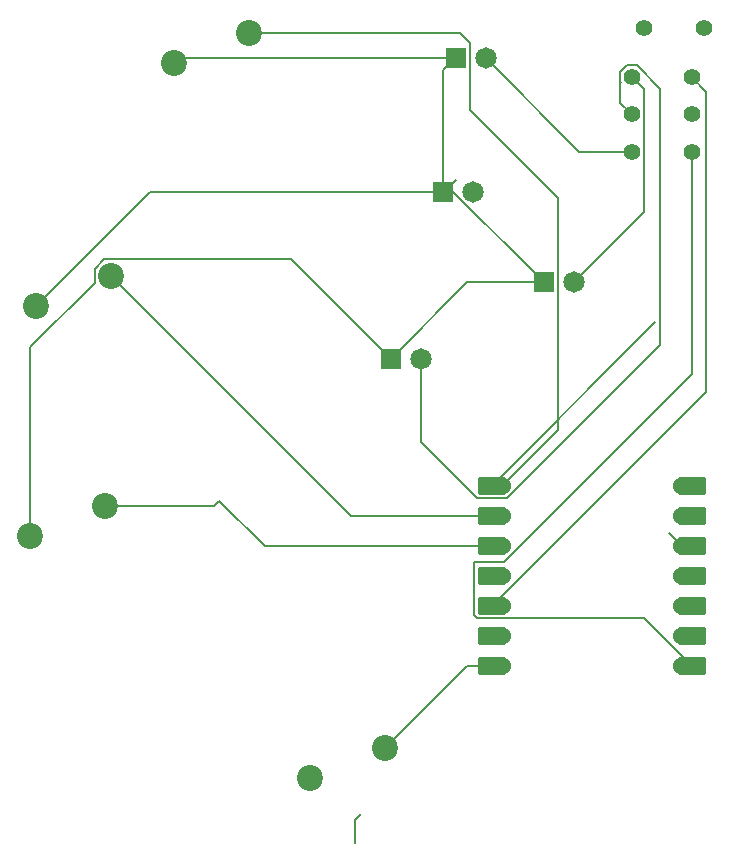
<source format=gbr>
%TF.GenerationSoftware,KiCad,Pcbnew,9.0.2*%
%TF.CreationDate,2025-07-04T20:25:53-04:00*%
%TF.ProjectId,Hack club,4861636b-2063-46c7-9562-2e6b69636164,rev?*%
%TF.SameCoordinates,Original*%
%TF.FileFunction,Copper,L1,Top*%
%TF.FilePolarity,Positive*%
%FSLAX46Y46*%
G04 Gerber Fmt 4.6, Leading zero omitted, Abs format (unit mm)*
G04 Created by KiCad (PCBNEW 9.0.2) date 2025-07-04 20:25:53*
%MOMM*%
%LPD*%
G01*
G04 APERTURE LIST*
G04 Aperture macros list*
%AMRoundRect*
0 Rectangle with rounded corners*
0 $1 Rounding radius*
0 $2 $3 $4 $5 $6 $7 $8 $9 X,Y pos of 4 corners*
0 Add a 4 corners polygon primitive as box body*
4,1,4,$2,$3,$4,$5,$6,$7,$8,$9,$2,$3,0*
0 Add four circle primitives for the rounded corners*
1,1,$1+$1,$2,$3*
1,1,$1+$1,$4,$5*
1,1,$1+$1,$6,$7*
1,1,$1+$1,$8,$9*
0 Add four rect primitives between the rounded corners*
20,1,$1+$1,$2,$3,$4,$5,0*
20,1,$1+$1,$4,$5,$6,$7,0*
20,1,$1+$1,$6,$7,$8,$9,0*
20,1,$1+$1,$8,$9,$2,$3,0*%
G04 Aperture macros list end*
%TA.AperFunction,ComponentPad*%
%ADD10C,2.200000*%
%TD*%
%TA.AperFunction,ComponentPad*%
%ADD11C,1.815000*%
%TD*%
%TA.AperFunction,ComponentPad*%
%ADD12R,1.815000X1.815000*%
%TD*%
%TA.AperFunction,SMDPad,CuDef*%
%ADD13RoundRect,0.152400X1.063600X0.609600X-1.063600X0.609600X-1.063600X-0.609600X1.063600X-0.609600X0*%
%TD*%
%TA.AperFunction,ComponentPad*%
%ADD14C,1.524000*%
%TD*%
%TA.AperFunction,SMDPad,CuDef*%
%ADD15RoundRect,0.152400X-1.063600X-0.609600X1.063600X-0.609600X1.063600X0.609600X-1.063600X0.609600X0*%
%TD*%
%TA.AperFunction,ComponentPad*%
%ADD16C,1.400000*%
%TD*%
%TA.AperFunction,Conductor*%
%ADD17C,0.200000*%
%TD*%
G04 APERTURE END LIST*
D10*
%TO.P,SW3,1,1*%
%TO.N,button3*%
X91679000Y-93560500D03*
%TO.P,SW3,2,2*%
%TO.N,GND*%
X85329000Y-96100500D03*
%TD*%
D11*
%TO.P,D3,A*%
%TO.N,Net-(D3-PadA)*%
X122844000Y-66942735D03*
D12*
%TO.P,D3,C*%
%TO.N,GND*%
X120304000Y-66942735D03*
%TD*%
D10*
%TO.P,SW4,1,1*%
%TO.N,button4*%
X115369000Y-114020500D03*
%TO.P,SW4,2,2*%
%TO.N,GND*%
X109019000Y-116560500D03*
%TD*%
D11*
%TO.P,D4,A*%
%TO.N,Net-(D4-PadA)*%
X131329000Y-74600500D03*
D12*
%TO.P,D4,C*%
%TO.N,GND*%
X128789000Y-74600500D03*
%TD*%
D13*
%TO.P,U1,1,GPIO26/ADC0/A0*%
%TO.N,button1*%
X124400000Y-91850000D03*
D14*
X125235000Y-91850000D03*
D13*
%TO.P,U1,2,GPIO27/ADC1/A1*%
%TO.N,button2*%
X124400000Y-94390000D03*
D14*
X125235000Y-94390000D03*
D13*
%TO.P,U1,3,GPIO28/ADC2/A2*%
%TO.N,button3*%
X124400000Y-96930000D03*
D14*
X125235000Y-96930000D03*
D13*
%TO.P,U1,4,GPIO29/ADC3/A3*%
%TO.N,Led1*%
X124400000Y-99470000D03*
D14*
X125235000Y-99470000D03*
D13*
%TO.P,U1,5,GPIO6/SDA*%
%TO.N,Led2*%
X124400000Y-102010000D03*
D14*
X125235000Y-102010000D03*
D13*
%TO.P,U1,6,GPIO7/SCL*%
%TO.N,Led3*%
X124400000Y-104550000D03*
D14*
X125235000Y-104550000D03*
D13*
%TO.P,U1,7,GPIO0/TX*%
%TO.N,button4*%
X124400000Y-107090000D03*
D14*
X125235000Y-107090000D03*
%TO.P,U1,8,GPIO1/RX*%
%TO.N,Led4*%
X140475000Y-107090000D03*
D15*
X141310000Y-107090000D03*
D14*
%TO.P,U1,9,GPIO2/SCK*%
%TO.N,unconnected-(U1-GPIO2{slash}SCK-Pad9)*%
X140475000Y-104550000D03*
D15*
X141310000Y-104550000D03*
D14*
%TO.P,U1,10,GPIO4/MISO*%
%TO.N,unconnected-(U1-GPIO4{slash}MISO-Pad10)*%
X140475000Y-102010000D03*
D15*
X141310000Y-102010000D03*
D14*
%TO.P,U1,11,GPIO3/MOSI*%
%TO.N,unconnected-(U1-GPIO3{slash}MOSI-Pad11)*%
X140475000Y-99470000D03*
D15*
X141310000Y-99470000D03*
D14*
%TO.P,U1,12,3V3*%
%TO.N,unconnected-(U1-3V3-Pad12)*%
X140475000Y-96930000D03*
D15*
X141310000Y-96930000D03*
D14*
%TO.P,U1,13,GND*%
%TO.N,GND*%
X140475000Y-94390000D03*
D15*
X141310000Y-94390000D03*
D14*
%TO.P,U1,14,VBUS*%
%TO.N,unconnected-(U1-VBUS-Pad14)*%
X140475000Y-91850000D03*
D15*
X141310000Y-91850000D03*
%TD*%
D10*
%TO.P,SW2,1,1*%
%TO.N,button2*%
X92179000Y-74060500D03*
%TO.P,SW2,2,2*%
%TO.N,GND*%
X85829000Y-76600500D03*
%TD*%
D16*
%TO.P,R2,1*%
%TO.N,Net-(D4-PadA)*%
X136249000Y-57250500D03*
%TO.P,R2,2*%
%TO.N,Led2*%
X141329000Y-57250500D03*
%TD*%
D11*
%TO.P,D5,A*%
%TO.N,Net-(D5-PadA)*%
X118369000Y-81100500D03*
D12*
%TO.P,D5,C*%
%TO.N,GND*%
X115829000Y-81100500D03*
%TD*%
D11*
%TO.P,D1,A*%
%TO.N,Net-(D1-PadA)*%
X123869000Y-55600500D03*
D12*
%TO.P,D1,C*%
%TO.N,GND*%
X121329000Y-55600500D03*
%TD*%
D10*
%TO.P,SW1,1,1*%
%TO.N,button1*%
X103869000Y-53520500D03*
%TO.P,SW1,2,2*%
%TO.N,GND*%
X97519000Y-56060500D03*
%TD*%
D16*
%TO.P,R3,1*%
%TO.N,Net-(D5-PadA)*%
X136249000Y-60400500D03*
%TO.P,R3,2*%
%TO.N,Led3*%
X141329000Y-60400500D03*
%TD*%
%TO.P,R4,1*%
%TO.N,Net-(D1-PadA)*%
X136249000Y-63550500D03*
%TO.P,R4,2*%
%TO.N,Led4*%
X141329000Y-63550500D03*
%TD*%
%TO.P,R1,1*%
%TO.N,Net-(D3-PadA)*%
X137249000Y-53100500D03*
%TO.P,R1,2*%
%TO.N,Led1*%
X142329000Y-53100500D03*
%TD*%
D17*
%TO.N,*%
X112829000Y-120100500D02*
X112829000Y-122100500D01*
X113329000Y-119600500D02*
X112829000Y-120100500D01*
%TO.N,Net-(D1-PadA)*%
X131819000Y-63550500D02*
X123869000Y-55600500D01*
X136249000Y-63550500D02*
X131819000Y-63550500D01*
%TO.N,GND*%
X120304000Y-56625500D02*
X120304000Y-66115500D01*
X122329000Y-74600500D02*
X115829000Y-81100500D01*
X128789000Y-74600500D02*
X122329000Y-74600500D01*
X120304000Y-66942735D02*
X95486765Y-66942735D01*
X120304000Y-66115500D02*
X128789000Y-74600500D01*
X90778000Y-73480186D02*
X91598686Y-72659500D01*
X85329000Y-96100500D02*
X85329000Y-80089814D01*
X97979000Y-55600500D02*
X97519000Y-56060500D01*
X107388000Y-72659500D02*
X115829000Y-81100500D01*
X85329000Y-80089814D02*
X90778000Y-74640814D01*
X90778000Y-74640814D02*
X90778000Y-73480186D01*
X121329000Y-55600500D02*
X120304000Y-56625500D01*
X121329000Y-65917735D02*
X120304000Y-66942735D01*
X121329000Y-55600500D02*
X97979000Y-55600500D01*
X95486765Y-66942735D02*
X85829000Y-76600500D01*
X91598686Y-72659500D02*
X107388000Y-72659500D01*
%TO.N,Net-(D3-PadA)*%
X122844000Y-66942735D02*
X122660500Y-66759235D01*
%TO.N,Net-(D4-PadA)*%
X137250000Y-58251500D02*
X136249000Y-57250500D01*
X131329000Y-74600500D02*
X137250000Y-68679500D01*
X137250000Y-68679500D02*
X137250000Y-58251500D01*
%TO.N,Net-(D5-PadA)*%
X138651000Y-58236872D02*
X136663628Y-56249500D01*
X118369000Y-81285000D02*
X118053500Y-81600500D01*
X118369000Y-88137626D02*
X123144374Y-92913000D01*
X138651000Y-79937310D02*
X138651000Y-58236872D01*
X118369000Y-81100500D02*
X118369000Y-88137626D01*
X138651000Y-78166100D02*
X138651000Y-77833900D01*
X135248000Y-56835872D02*
X135248000Y-59399500D01*
X136663628Y-56249500D02*
X135834372Y-56249500D01*
X125675310Y-92913000D02*
X138651000Y-79937310D01*
X135834372Y-56249500D02*
X135248000Y-56835872D01*
X135248000Y-59399500D02*
X136249000Y-60400500D01*
X135248000Y-57665128D02*
X135329000Y-57746128D01*
X138644517Y-78172583D02*
X138651000Y-78166100D01*
X123144374Y-92913000D02*
X125675310Y-92913000D01*
X138651000Y-77833900D02*
X138644517Y-77827417D01*
%TO.N,Led2*%
X124400000Y-102010000D02*
X142553500Y-83856500D01*
X142553500Y-83856500D02*
X142553500Y-58475000D01*
X142553500Y-58475000D02*
X141329000Y-57250500D01*
%TO.N,Led4*%
X125413936Y-98254374D02*
X141329000Y-82339310D01*
X122883000Y-102811626D02*
X122883000Y-98254374D01*
X122883000Y-98254374D02*
X125413936Y-98254374D01*
X141329000Y-82339310D02*
X141329000Y-63550500D01*
X141310000Y-107090000D02*
X137293000Y-103073000D01*
X123144374Y-103073000D02*
X122883000Y-102811626D01*
X137293000Y-103073000D02*
X123144374Y-103073000D01*
%TO.N,button1*%
X122537500Y-60037500D02*
X129997500Y-67497500D01*
X103869000Y-53520500D02*
X121666000Y-53520500D01*
X121666000Y-53520500D02*
X122537500Y-54392000D01*
X124400000Y-91850000D02*
X138250000Y-78000000D01*
X122537500Y-54392000D02*
X122537500Y-60037500D01*
X129997500Y-67497500D02*
X129997500Y-87087500D01*
X129997500Y-87087500D02*
X125235000Y-91850000D01*
%TO.N,button2*%
X112508500Y-94390000D02*
X92179000Y-74060500D01*
X125235000Y-94390000D02*
X112508500Y-94390000D01*
%TO.N,button3*%
X105158500Y-96930000D02*
X124400000Y-96930000D01*
X100869000Y-93560500D02*
X101329000Y-93100500D01*
X101329000Y-93100500D02*
X105158500Y-96930000D01*
X91679000Y-93560500D02*
X100869000Y-93560500D01*
%TO.N,button4*%
X122299500Y-107090000D02*
X125235000Y-107090000D01*
X115369000Y-114020500D02*
X122299500Y-107090000D01*
%TO.N,unconnected-(U1-3V3-Pad12)*%
X140475000Y-96930000D02*
X141310000Y-96930000D01*
X140475000Y-96930000D02*
X139412000Y-95867000D01*
%TD*%
M02*

</source>
